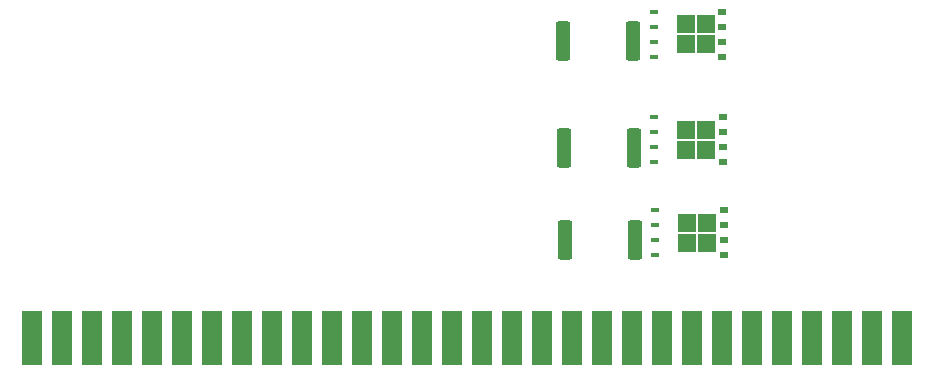
<source format=gbr>
%TF.GenerationSoftware,KiCad,Pcbnew,7.99.0-3012-g423a5b9961*%
%TF.CreationDate,2023-10-21T00:00:59-04:00*%
%TF.ProjectId,drvesc,64727665-7363-42e6-9b69-6361645f7063,V1.0*%
%TF.SameCoordinates,Original*%
%TF.FileFunction,Paste,Bot*%
%TF.FilePolarity,Positive*%
%FSLAX46Y46*%
G04 Gerber Fmt 4.6, Leading zero omitted, Abs format (unit mm)*
G04 Created by KiCad (PCBNEW 7.99.0-3012-g423a5b9961) date 2023-10-21 00:00:59*
%MOMM*%
%LPD*%
G01*
G04 APERTURE LIST*
G04 Aperture macros list*
%AMRoundRect*
0 Rectangle with rounded corners*
0 $1 Rounding radius*
0 $2 $3 $4 $5 $6 $7 $8 $9 X,Y pos of 4 corners*
0 Add a 4 corners polygon primitive as box body*
4,1,4,$2,$3,$4,$5,$6,$7,$8,$9,$2,$3,0*
0 Add four circle primitives for the rounded corners*
1,1,$1+$1,$2,$3*
1,1,$1+$1,$4,$5*
1,1,$1+$1,$6,$7*
1,1,$1+$1,$8,$9*
0 Add four rect primitives between the rounded corners*
20,1,$1+$1,$2,$3,$4,$5,0*
20,1,$1+$1,$4,$5,$6,$7,0*
20,1,$1+$1,$6,$7,$8,$9,0*
20,1,$1+$1,$8,$9,$2,$3,0*%
G04 Aperture macros list end*
%ADD10R,1.500000X1.500000*%
%ADD11R,0.750000X0.500000*%
%ADD12R,0.750000X0.400000*%
%ADD13RoundRect,0.250000X0.362500X1.425000X-0.362500X1.425000X-0.362500X-1.425000X0.362500X-1.425000X0*%
%ADD14R,1.651000X4.572000*%
G04 APERTURE END LIST*
D10*
%TO.C,Q4*%
X155782624Y-102121600D03*
X155782624Y-103821600D03*
X157482624Y-102121600D03*
X157482624Y-103821600D03*
D11*
X158887624Y-101066600D03*
X158887624Y-102336600D03*
X158887624Y-103606600D03*
X158887624Y-104876600D03*
D12*
X153082624Y-104876600D03*
X153082624Y-103606600D03*
X153082624Y-102336600D03*
X153082624Y-101066600D03*
%TD*%
D13*
%TO.C,R4*%
X151346924Y-103583602D03*
X145421924Y-103583602D03*
%TD*%
D14*
%TO.C,J1*%
X174091600Y-128701800D03*
X171551600Y-128701800D03*
X169011600Y-128701800D03*
X166471600Y-128701800D03*
X163931600Y-128701800D03*
X161391600Y-128701800D03*
X158851600Y-128701800D03*
X156311600Y-128701800D03*
X153771600Y-128701800D03*
X151231600Y-128701800D03*
X148691600Y-128701800D03*
X146151600Y-128701800D03*
X143611600Y-128701800D03*
X141071600Y-128701800D03*
X138531600Y-128701800D03*
X135991600Y-128701800D03*
X133451600Y-128701800D03*
X130911600Y-128701800D03*
X128371600Y-128701800D03*
X125831600Y-128701800D03*
X123291600Y-128701800D03*
X120751600Y-128701800D03*
X118211600Y-128701800D03*
X115671600Y-128701800D03*
X113131600Y-128701800D03*
X110591600Y-128701800D03*
X108051600Y-128701800D03*
X105511600Y-128701800D03*
X102971600Y-128701800D03*
X100431600Y-128701800D03*
%TD*%
D10*
%TO.C,Q5*%
X155833424Y-111062400D03*
X155833424Y-112762400D03*
X157533424Y-111062400D03*
X157533424Y-112762400D03*
D11*
X158938424Y-110007400D03*
X158938424Y-111277400D03*
X158938424Y-112547400D03*
X158938424Y-113817400D03*
D12*
X153133424Y-113817400D03*
X153133424Y-112547400D03*
X153133424Y-111277400D03*
X153133424Y-110007400D03*
%TD*%
D13*
%TO.C,R5*%
X151413824Y-112623600D03*
X145488824Y-112623600D03*
%TD*%
%TO.C,R6*%
X151483900Y-120381802D03*
X145558900Y-120381802D03*
%TD*%
D10*
%TO.C,Q6*%
X155887400Y-118947602D03*
X155887400Y-120647602D03*
X157587400Y-118947602D03*
X157587400Y-120647602D03*
D11*
X158992400Y-117892602D03*
X158992400Y-119162602D03*
X158992400Y-120432602D03*
X158992400Y-121702602D03*
D12*
X153187400Y-121702602D03*
X153187400Y-120432602D03*
X153187400Y-119162602D03*
X153187400Y-117892602D03*
%TD*%
M02*

</source>
